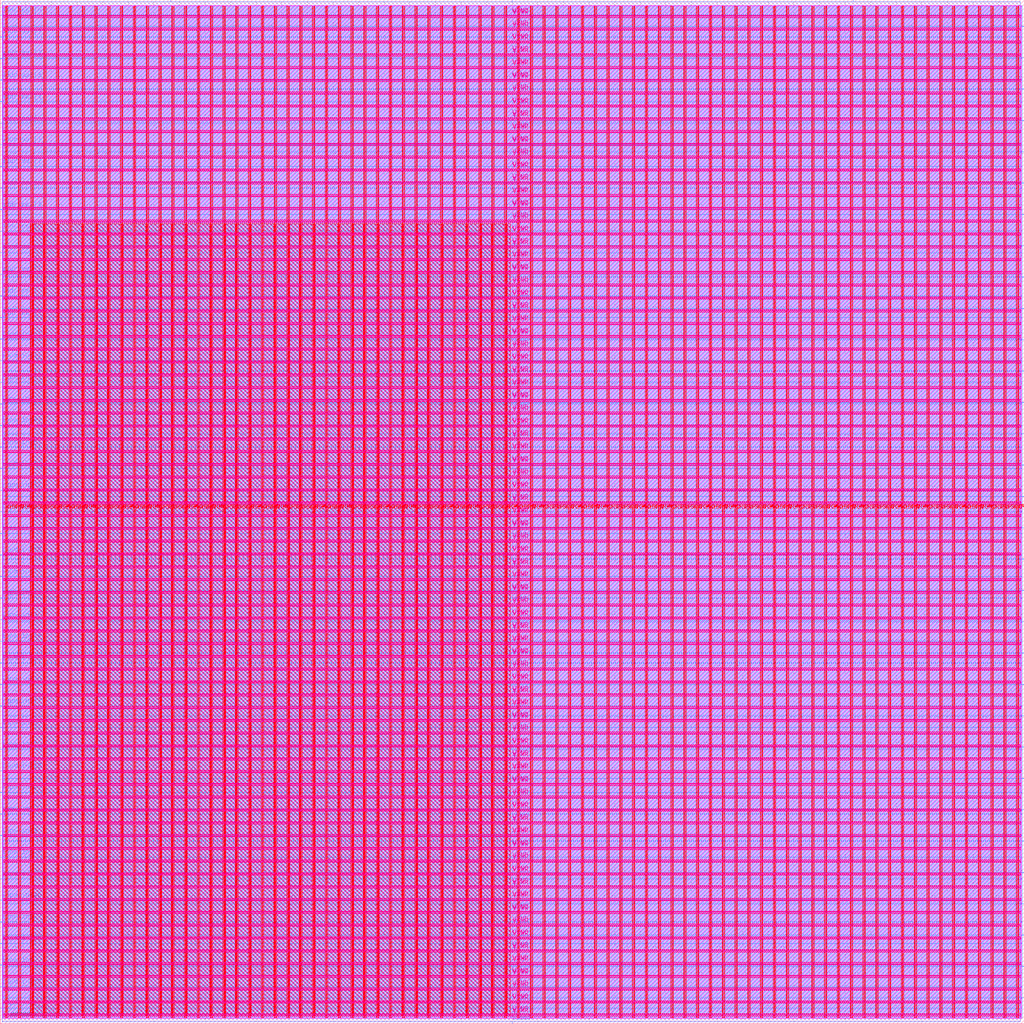
<source format=lef>
VERSION 5.7 ;
  NOWIREEXTENSIONATPIN ON ;
  DIVIDERCHAR "/" ;
  BUSBITCHARS "[]" ;
MACRO sys
  CLASS BLOCK ;
  FOREIGN sys ;
  ORIGIN 0.000 0.000 ;
  SIZE 2000.000 BY 2000.000 ;
  PIN VGND
    DIRECTION INOUT ;
    USE GROUND ;
    PORT
      LAYER met4 ;
        RECT 13.020 10.640 14.620 1988.560 ;
    END
    PORT
      LAYER met4 ;
        RECT 38.020 10.640 39.620 1988.560 ;
    END
    PORT
      LAYER met4 ;
        RECT 63.020 10.640 64.620 1988.560 ;
    END
    PORT
      LAYER met4 ;
        RECT 88.020 10.640 89.620 1988.560 ;
    END
    PORT
      LAYER met4 ;
        RECT 113.020 10.640 114.620 1988.560 ;
    END
    PORT
      LAYER met4 ;
        RECT 138.020 10.640 139.620 1988.560 ;
    END
    PORT
      LAYER met4 ;
        RECT 163.020 10.640 164.620 1988.560 ;
    END
    PORT
      LAYER met4 ;
        RECT 188.020 10.640 189.620 1988.560 ;
    END
    PORT
      LAYER met4 ;
        RECT 213.020 10.640 214.620 1988.560 ;
    END
    PORT
      LAYER met4 ;
        RECT 238.020 10.640 239.620 1988.560 ;
    END
    PORT
      LAYER met4 ;
        RECT 263.020 10.640 264.620 1988.560 ;
    END
    PORT
      LAYER met4 ;
        RECT 288.020 10.640 289.620 1988.560 ;
    END
    PORT
      LAYER met4 ;
        RECT 313.020 10.640 314.620 1988.560 ;
    END
    PORT
      LAYER met4 ;
        RECT 338.020 10.640 339.620 1988.560 ;
    END
    PORT
      LAYER met4 ;
        RECT 363.020 10.640 364.620 1988.560 ;
    END
    PORT
      LAYER met4 ;
        RECT 388.020 10.640 389.620 1988.560 ;
    END
    PORT
      LAYER met4 ;
        RECT 413.020 10.640 414.620 1988.560 ;
    END
    PORT
      LAYER met4 ;
        RECT 438.020 10.640 439.620 1988.560 ;
    END
    PORT
      LAYER met4 ;
        RECT 463.020 10.640 464.620 1988.560 ;
    END
    PORT
      LAYER met4 ;
        RECT 488.020 10.640 489.620 1988.560 ;
    END
    PORT
      LAYER met4 ;
        RECT 513.020 10.640 514.620 1988.560 ;
    END
    PORT
      LAYER met4 ;
        RECT 538.020 10.640 539.620 1988.560 ;
    END
    PORT
      LAYER met4 ;
        RECT 563.020 10.640 564.620 1988.560 ;
    END
    PORT
      LAYER met4 ;
        RECT 588.020 10.640 589.620 1988.560 ;
    END
    PORT
      LAYER met4 ;
        RECT 613.020 10.640 614.620 1988.560 ;
    END
    PORT
      LAYER met4 ;
        RECT 638.020 10.640 639.620 1988.560 ;
    END
    PORT
      LAYER met4 ;
        RECT 663.020 10.640 664.620 1988.560 ;
    END
    PORT
      LAYER met4 ;
        RECT 688.020 10.640 689.620 1988.560 ;
    END
    PORT
      LAYER met4 ;
        RECT 713.020 10.640 714.620 1988.560 ;
    END
    PORT
      LAYER met4 ;
        RECT 738.020 10.640 739.620 1988.560 ;
    END
    PORT
      LAYER met4 ;
        RECT 763.020 10.640 764.620 1988.560 ;
    END
    PORT
      LAYER met4 ;
        RECT 788.020 10.640 789.620 1988.560 ;
    END
    PORT
      LAYER met4 ;
        RECT 813.020 10.640 814.620 1988.560 ;
    END
    PORT
      LAYER met4 ;
        RECT 838.020 10.640 839.620 1988.560 ;
    END
    PORT
      LAYER met4 ;
        RECT 863.020 10.640 864.620 1988.560 ;
    END
    PORT
      LAYER met4 ;
        RECT 888.020 10.640 889.620 1988.560 ;
    END
    PORT
      LAYER met4 ;
        RECT 913.020 10.640 914.620 1988.560 ;
    END
    PORT
      LAYER met4 ;
        RECT 938.020 10.640 939.620 1988.560 ;
    END
    PORT
      LAYER met4 ;
        RECT 963.020 10.640 964.620 1988.560 ;
    END
    PORT
      LAYER met4 ;
        RECT 988.020 10.640 989.620 1988.560 ;
    END
    PORT
      LAYER met4 ;
        RECT 1013.020 10.640 1014.620 1988.560 ;
    END
    PORT
      LAYER met4 ;
        RECT 1038.020 10.640 1039.620 1988.560 ;
    END
    PORT
      LAYER met4 ;
        RECT 1063.020 10.640 1064.620 1988.560 ;
    END
    PORT
      LAYER met4 ;
        RECT 1088.020 10.640 1089.620 1988.560 ;
    END
    PORT
      LAYER met4 ;
        RECT 1113.020 10.640 1114.620 1988.560 ;
    END
    PORT
      LAYER met4 ;
        RECT 1138.020 10.640 1139.620 1988.560 ;
    END
    PORT
      LAYER met4 ;
        RECT 1163.020 10.640 1164.620 1988.560 ;
    END
    PORT
      LAYER met4 ;
        RECT 1188.020 10.640 1189.620 1988.560 ;
    END
    PORT
      LAYER met4 ;
        RECT 1213.020 10.640 1214.620 1988.560 ;
    END
    PORT
      LAYER met4 ;
        RECT 1238.020 10.640 1239.620 1988.560 ;
    END
    PORT
      LAYER met4 ;
        RECT 1263.020 10.640 1264.620 1988.560 ;
    END
    PORT
      LAYER met4 ;
        RECT 1288.020 10.640 1289.620 1988.560 ;
    END
    PORT
      LAYER met4 ;
        RECT 1313.020 10.640 1314.620 1988.560 ;
    END
    PORT
      LAYER met4 ;
        RECT 1338.020 10.640 1339.620 1988.560 ;
    END
    PORT
      LAYER met4 ;
        RECT 1363.020 10.640 1364.620 1988.560 ;
    END
    PORT
      LAYER met4 ;
        RECT 1388.020 10.640 1389.620 1988.560 ;
    END
    PORT
      LAYER met4 ;
        RECT 1413.020 10.640 1414.620 1988.560 ;
    END
    PORT
      LAYER met4 ;
        RECT 1438.020 10.640 1439.620 1988.560 ;
    END
    PORT
      LAYER met4 ;
        RECT 1463.020 10.640 1464.620 1988.560 ;
    END
    PORT
      LAYER met4 ;
        RECT 1488.020 10.640 1489.620 1988.560 ;
    END
    PORT
      LAYER met4 ;
        RECT 1513.020 10.640 1514.620 1988.560 ;
    END
    PORT
      LAYER met4 ;
        RECT 1538.020 10.640 1539.620 1988.560 ;
    END
    PORT
      LAYER met4 ;
        RECT 1563.020 10.640 1564.620 1988.560 ;
    END
    PORT
      LAYER met4 ;
        RECT 1588.020 10.640 1589.620 1988.560 ;
    END
    PORT
      LAYER met4 ;
        RECT 1613.020 10.640 1614.620 1988.560 ;
    END
    PORT
      LAYER met4 ;
        RECT 1638.020 10.640 1639.620 1988.560 ;
    END
    PORT
      LAYER met4 ;
        RECT 1663.020 10.640 1664.620 1988.560 ;
    END
    PORT
      LAYER met4 ;
        RECT 1688.020 10.640 1689.620 1988.560 ;
    END
    PORT
      LAYER met4 ;
        RECT 1713.020 10.640 1714.620 1988.560 ;
    END
    PORT
      LAYER met4 ;
        RECT 1738.020 10.640 1739.620 1988.560 ;
    END
    PORT
      LAYER met4 ;
        RECT 1763.020 10.640 1764.620 1988.560 ;
    END
    PORT
      LAYER met4 ;
        RECT 1788.020 10.640 1789.620 1988.560 ;
    END
    PORT
      LAYER met4 ;
        RECT 1813.020 10.640 1814.620 1988.560 ;
    END
    PORT
      LAYER met4 ;
        RECT 1838.020 10.640 1839.620 1988.560 ;
    END
    PORT
      LAYER met4 ;
        RECT 1863.020 10.640 1864.620 1988.560 ;
    END
    PORT
      LAYER met4 ;
        RECT 1888.020 10.640 1889.620 1988.560 ;
    END
    PORT
      LAYER met4 ;
        RECT 1913.020 10.640 1914.620 1988.560 ;
    END
    PORT
      LAYER met4 ;
        RECT 1938.020 10.640 1939.620 1988.560 ;
    END
    PORT
      LAYER met4 ;
        RECT 1963.020 10.640 1964.620 1988.560 ;
    END
    PORT
      LAYER met4 ;
        RECT 1988.020 10.640 1989.620 1988.560 ;
    END
    PORT
      LAYER met5 ;
        RECT 5.280 18.380 1994.340 19.980 ;
    END
    PORT
      LAYER met5 ;
        RECT 5.280 43.380 1994.340 44.980 ;
    END
    PORT
      LAYER met5 ;
        RECT 5.280 68.380 1994.340 69.980 ;
    END
    PORT
      LAYER met5 ;
        RECT 5.280 93.380 1994.340 94.980 ;
    END
    PORT
      LAYER met5 ;
        RECT 5.280 118.380 1994.340 119.980 ;
    END
    PORT
      LAYER met5 ;
        RECT 5.280 143.380 1994.340 144.980 ;
    END
    PORT
      LAYER met5 ;
        RECT 5.280 168.380 1994.340 169.980 ;
    END
    PORT
      LAYER met5 ;
        RECT 5.280 193.380 1994.340 194.980 ;
    END
    PORT
      LAYER met5 ;
        RECT 5.280 218.380 1994.340 219.980 ;
    END
    PORT
      LAYER met5 ;
        RECT 5.280 243.380 1994.340 244.980 ;
    END
    PORT
      LAYER met5 ;
        RECT 5.280 268.380 1994.340 269.980 ;
    END
    PORT
      LAYER met5 ;
        RECT 5.280 293.380 1994.340 294.980 ;
    END
    PORT
      LAYER met5 ;
        RECT 5.280 318.380 1994.340 319.980 ;
    END
    PORT
      LAYER met5 ;
        RECT 5.280 343.380 1994.340 344.980 ;
    END
    PORT
      LAYER met5 ;
        RECT 5.280 368.380 1994.340 369.980 ;
    END
    PORT
      LAYER met5 ;
        RECT 5.280 393.380 1994.340 394.980 ;
    END
    PORT
      LAYER met5 ;
        RECT 5.280 418.380 1994.340 419.980 ;
    END
    PORT
      LAYER met5 ;
        RECT 5.280 443.380 1994.340 444.980 ;
    END
    PORT
      LAYER met5 ;
        RECT 5.280 468.380 1994.340 469.980 ;
    END
    PORT
      LAYER met5 ;
        RECT 5.280 493.380 1994.340 494.980 ;
    END
    PORT
      LAYER met5 ;
        RECT 5.280 518.380 1994.340 519.980 ;
    END
    PORT
      LAYER met5 ;
        RECT 5.280 543.380 1994.340 544.980 ;
    END
    PORT
      LAYER met5 ;
        RECT 5.280 568.380 1994.340 569.980 ;
    END
    PORT
      LAYER met5 ;
        RECT 5.280 593.380 1994.340 594.980 ;
    END
    PORT
      LAYER met5 ;
        RECT 5.280 618.380 1994.340 619.980 ;
    END
    PORT
      LAYER met5 ;
        RECT 5.280 643.380 1994.340 644.980 ;
    END
    PORT
      LAYER met5 ;
        RECT 5.280 668.380 1994.340 669.980 ;
    END
    PORT
      LAYER met5 ;
        RECT 5.280 693.380 1994.340 694.980 ;
    END
    PORT
      LAYER met5 ;
        RECT 5.280 718.380 1994.340 719.980 ;
    END
    PORT
      LAYER met5 ;
        RECT 5.280 743.380 1994.340 744.980 ;
    END
    PORT
      LAYER met5 ;
        RECT 5.280 768.380 1994.340 769.980 ;
    END
    PORT
      LAYER met5 ;
        RECT 5.280 793.380 1994.340 794.980 ;
    END
    PORT
      LAYER met5 ;
        RECT 5.280 818.380 1994.340 819.980 ;
    END
    PORT
      LAYER met5 ;
        RECT 5.280 843.380 1994.340 844.980 ;
    END
    PORT
      LAYER met5 ;
        RECT 5.280 868.380 1994.340 869.980 ;
    END
    PORT
      LAYER met5 ;
        RECT 5.280 893.380 1994.340 894.980 ;
    END
    PORT
      LAYER met5 ;
        RECT 5.280 918.380 1994.340 919.980 ;
    END
    PORT
      LAYER met5 ;
        RECT 5.280 943.380 1994.340 944.980 ;
    END
    PORT
      LAYER met5 ;
        RECT 5.280 968.380 1994.340 969.980 ;
    END
    PORT
      LAYER met5 ;
        RECT 5.280 993.380 1994.340 994.980 ;
    END
    PORT
      LAYER met5 ;
        RECT 5.280 1018.380 1994.340 1019.980 ;
    END
    PORT
      LAYER met5 ;
        RECT 5.280 1043.380 1994.340 1044.980 ;
    END
    PORT
      LAYER met5 ;
        RECT 5.280 1068.380 1994.340 1069.980 ;
    END
    PORT
      LAYER met5 ;
        RECT 5.280 1093.380 1994.340 1094.980 ;
    END
    PORT
      LAYER met5 ;
        RECT 5.280 1118.380 1994.340 1119.980 ;
    END
    PORT
      LAYER met5 ;
        RECT 5.280 1143.380 1994.340 1144.980 ;
    END
    PORT
      LAYER met5 ;
        RECT 5.280 1168.380 1994.340 1169.980 ;
    END
    PORT
      LAYER met5 ;
        RECT 5.280 1193.380 1994.340 1194.980 ;
    END
    PORT
      LAYER met5 ;
        RECT 5.280 1218.380 1994.340 1219.980 ;
    END
    PORT
      LAYER met5 ;
        RECT 5.280 1243.380 1994.340 1244.980 ;
    END
    PORT
      LAYER met5 ;
        RECT 5.280 1268.380 1994.340 1269.980 ;
    END
    PORT
      LAYER met5 ;
        RECT 5.280 1293.380 1994.340 1294.980 ;
    END
    PORT
      LAYER met5 ;
        RECT 5.280 1318.380 1994.340 1319.980 ;
    END
    PORT
      LAYER met5 ;
        RECT 5.280 1343.380 1994.340 1344.980 ;
    END
    PORT
      LAYER met5 ;
        RECT 5.280 1368.380 1994.340 1369.980 ;
    END
    PORT
      LAYER met5 ;
        RECT 5.280 1393.380 1994.340 1394.980 ;
    END
    PORT
      LAYER met5 ;
        RECT 5.280 1418.380 1994.340 1419.980 ;
    END
    PORT
      LAYER met5 ;
        RECT 5.280 1443.380 1994.340 1444.980 ;
    END
    PORT
      LAYER met5 ;
        RECT 5.280 1468.380 1994.340 1469.980 ;
    END
    PORT
      LAYER met5 ;
        RECT 5.280 1493.380 1994.340 1494.980 ;
    END
    PORT
      LAYER met5 ;
        RECT 5.280 1518.380 1994.340 1519.980 ;
    END
    PORT
      LAYER met5 ;
        RECT 5.280 1543.380 1994.340 1544.980 ;
    END
    PORT
      LAYER met5 ;
        RECT 5.280 1568.380 1994.340 1569.980 ;
    END
    PORT
      LAYER met5 ;
        RECT 5.280 1593.380 1994.340 1594.980 ;
    END
    PORT
      LAYER met5 ;
        RECT 5.280 1618.380 1994.340 1619.980 ;
    END
    PORT
      LAYER met5 ;
        RECT 5.280 1643.380 1994.340 1644.980 ;
    END
    PORT
      LAYER met5 ;
        RECT 5.280 1668.380 1994.340 1669.980 ;
    END
    PORT
      LAYER met5 ;
        RECT 5.280 1693.380 1994.340 1694.980 ;
    END
    PORT
      LAYER met5 ;
        RECT 5.280 1718.380 1994.340 1719.980 ;
    END
    PORT
      LAYER met5 ;
        RECT 5.280 1743.380 1994.340 1744.980 ;
    END
    PORT
      LAYER met5 ;
        RECT 5.280 1768.380 1994.340 1769.980 ;
    END
    PORT
      LAYER met5 ;
        RECT 5.280 1793.380 1994.340 1794.980 ;
    END
    PORT
      LAYER met5 ;
        RECT 5.280 1818.380 1994.340 1819.980 ;
    END
    PORT
      LAYER met5 ;
        RECT 5.280 1843.380 1994.340 1844.980 ;
    END
    PORT
      LAYER met5 ;
        RECT 5.280 1868.380 1994.340 1869.980 ;
    END
    PORT
      LAYER met5 ;
        RECT 5.280 1893.380 1994.340 1894.980 ;
    END
    PORT
      LAYER met5 ;
        RECT 5.280 1918.380 1994.340 1919.980 ;
    END
    PORT
      LAYER met5 ;
        RECT 5.280 1943.380 1994.340 1944.980 ;
    END
    PORT
      LAYER met5 ;
        RECT 5.280 1968.380 1994.340 1969.980 ;
    END
  END VGND
  PIN VPWR
    DIRECTION INOUT ;
    USE POWER ;
    PORT
      LAYER met4 ;
        RECT 9.720 10.640 11.320 1988.560 ;
    END
    PORT
      LAYER met4 ;
        RECT 34.720 10.640 36.320 1988.560 ;
    END
    PORT
      LAYER met4 ;
        RECT 59.720 10.640 61.320 1988.560 ;
    END
    PORT
      LAYER met4 ;
        RECT 84.720 10.640 86.320 1988.560 ;
    END
    PORT
      LAYER met4 ;
        RECT 109.720 10.640 111.320 1988.560 ;
    END
    PORT
      LAYER met4 ;
        RECT 134.720 10.640 136.320 1988.560 ;
    END
    PORT
      LAYER met4 ;
        RECT 159.720 10.640 161.320 1988.560 ;
    END
    PORT
      LAYER met4 ;
        RECT 184.720 10.640 186.320 1988.560 ;
    END
    PORT
      LAYER met4 ;
        RECT 209.720 10.640 211.320 1988.560 ;
    END
    PORT
      LAYER met4 ;
        RECT 234.720 10.640 236.320 1988.560 ;
    END
    PORT
      LAYER met4 ;
        RECT 259.720 10.640 261.320 1988.560 ;
    END
    PORT
      LAYER met4 ;
        RECT 284.720 10.640 286.320 1988.560 ;
    END
    PORT
      LAYER met4 ;
        RECT 309.720 10.640 311.320 1988.560 ;
    END
    PORT
      LAYER met4 ;
        RECT 334.720 10.640 336.320 1988.560 ;
    END
    PORT
      LAYER met4 ;
        RECT 359.720 10.640 361.320 1988.560 ;
    END
    PORT
      LAYER met4 ;
        RECT 384.720 10.640 386.320 1988.560 ;
    END
    PORT
      LAYER met4 ;
        RECT 409.720 10.640 411.320 1988.560 ;
    END
    PORT
      LAYER met4 ;
        RECT 434.720 10.640 436.320 1988.560 ;
    END
    PORT
      LAYER met4 ;
        RECT 459.720 10.640 461.320 1988.560 ;
    END
    PORT
      LAYER met4 ;
        RECT 484.720 10.640 486.320 1988.560 ;
    END
    PORT
      LAYER met4 ;
        RECT 509.720 10.640 511.320 1988.560 ;
    END
    PORT
      LAYER met4 ;
        RECT 534.720 10.640 536.320 1988.560 ;
    END
    PORT
      LAYER met4 ;
        RECT 559.720 10.640 561.320 1988.560 ;
    END
    PORT
      LAYER met4 ;
        RECT 584.720 10.640 586.320 1988.560 ;
    END
    PORT
      LAYER met4 ;
        RECT 609.720 10.640 611.320 1988.560 ;
    END
    PORT
      LAYER met4 ;
        RECT 634.720 10.640 636.320 1988.560 ;
    END
    PORT
      LAYER met4 ;
        RECT 659.720 10.640 661.320 1988.560 ;
    END
    PORT
      LAYER met4 ;
        RECT 684.720 10.640 686.320 1988.560 ;
    END
    PORT
      LAYER met4 ;
        RECT 709.720 10.640 711.320 1988.560 ;
    END
    PORT
      LAYER met4 ;
        RECT 734.720 10.640 736.320 1988.560 ;
    END
    PORT
      LAYER met4 ;
        RECT 759.720 10.640 761.320 1988.560 ;
    END
    PORT
      LAYER met4 ;
        RECT 784.720 10.640 786.320 1988.560 ;
    END
    PORT
      LAYER met4 ;
        RECT 809.720 10.640 811.320 1988.560 ;
    END
    PORT
      LAYER met4 ;
        RECT 834.720 10.640 836.320 1988.560 ;
    END
    PORT
      LAYER met4 ;
        RECT 859.720 10.640 861.320 1988.560 ;
    END
    PORT
      LAYER met4 ;
        RECT 884.720 10.640 886.320 1988.560 ;
    END
    PORT
      LAYER met4 ;
        RECT 909.720 10.640 911.320 1988.560 ;
    END
    PORT
      LAYER met4 ;
        RECT 934.720 10.640 936.320 1988.560 ;
    END
    PORT
      LAYER met4 ;
        RECT 959.720 10.640 961.320 1988.560 ;
    END
    PORT
      LAYER met4 ;
        RECT 984.720 10.640 986.320 1988.560 ;
    END
    PORT
      LAYER met4 ;
        RECT 1009.720 10.640 1011.320 1988.560 ;
    END
    PORT
      LAYER met4 ;
        RECT 1034.720 10.640 1036.320 1988.560 ;
    END
    PORT
      LAYER met4 ;
        RECT 1059.720 10.640 1061.320 1988.560 ;
    END
    PORT
      LAYER met4 ;
        RECT 1084.720 10.640 1086.320 1988.560 ;
    END
    PORT
      LAYER met4 ;
        RECT 1109.720 10.640 1111.320 1988.560 ;
    END
    PORT
      LAYER met4 ;
        RECT 1134.720 10.640 1136.320 1988.560 ;
    END
    PORT
      LAYER met4 ;
        RECT 1159.720 10.640 1161.320 1988.560 ;
    END
    PORT
      LAYER met4 ;
        RECT 1184.720 10.640 1186.320 1988.560 ;
    END
    PORT
      LAYER met4 ;
        RECT 1209.720 10.640 1211.320 1988.560 ;
    END
    PORT
      LAYER met4 ;
        RECT 1234.720 10.640 1236.320 1988.560 ;
    END
    PORT
      LAYER met4 ;
        RECT 1259.720 10.640 1261.320 1988.560 ;
    END
    PORT
      LAYER met4 ;
        RECT 1284.720 10.640 1286.320 1988.560 ;
    END
    PORT
      LAYER met4 ;
        RECT 1309.720 10.640 1311.320 1988.560 ;
    END
    PORT
      LAYER met4 ;
        RECT 1334.720 10.640 1336.320 1988.560 ;
    END
    PORT
      LAYER met4 ;
        RECT 1359.720 10.640 1361.320 1988.560 ;
    END
    PORT
      LAYER met4 ;
        RECT 1384.720 10.640 1386.320 1988.560 ;
    END
    PORT
      LAYER met4 ;
        RECT 1409.720 10.640 1411.320 1988.560 ;
    END
    PORT
      LAYER met4 ;
        RECT 1434.720 10.640 1436.320 1988.560 ;
    END
    PORT
      LAYER met4 ;
        RECT 1459.720 10.640 1461.320 1988.560 ;
    END
    PORT
      LAYER met4 ;
        RECT 1484.720 10.640 1486.320 1988.560 ;
    END
    PORT
      LAYER met4 ;
        RECT 1509.720 10.640 1511.320 1988.560 ;
    END
    PORT
      LAYER met4 ;
        RECT 1534.720 10.640 1536.320 1988.560 ;
    END
    PORT
      LAYER met4 ;
        RECT 1559.720 10.640 1561.320 1988.560 ;
    END
    PORT
      LAYER met4 ;
        RECT 1584.720 10.640 1586.320 1988.560 ;
    END
    PORT
      LAYER met4 ;
        RECT 1609.720 10.640 1611.320 1988.560 ;
    END
    PORT
      LAYER met4 ;
        RECT 1634.720 10.640 1636.320 1988.560 ;
    END
    PORT
      LAYER met4 ;
        RECT 1659.720 10.640 1661.320 1988.560 ;
    END
    PORT
      LAYER met4 ;
        RECT 1684.720 10.640 1686.320 1988.560 ;
    END
    PORT
      LAYER met4 ;
        RECT 1709.720 10.640 1711.320 1988.560 ;
    END
    PORT
      LAYER met4 ;
        RECT 1734.720 10.640 1736.320 1988.560 ;
    END
    PORT
      LAYER met4 ;
        RECT 1759.720 10.640 1761.320 1988.560 ;
    END
    PORT
      LAYER met4 ;
        RECT 1784.720 10.640 1786.320 1988.560 ;
    END
    PORT
      LAYER met4 ;
        RECT 1809.720 10.640 1811.320 1988.560 ;
    END
    PORT
      LAYER met4 ;
        RECT 1834.720 10.640 1836.320 1988.560 ;
    END
    PORT
      LAYER met4 ;
        RECT 1859.720 10.640 1861.320 1988.560 ;
    END
    PORT
      LAYER met4 ;
        RECT 1884.720 10.640 1886.320 1988.560 ;
    END
    PORT
      LAYER met4 ;
        RECT 1909.720 10.640 1911.320 1988.560 ;
    END
    PORT
      LAYER met4 ;
        RECT 1934.720 10.640 1936.320 1988.560 ;
    END
    PORT
      LAYER met4 ;
        RECT 1959.720 10.640 1961.320 1988.560 ;
    END
    PORT
      LAYER met4 ;
        RECT 1984.720 10.640 1986.320 1988.560 ;
    END
    PORT
      LAYER met5 ;
        RECT 5.280 15.080 1994.340 16.680 ;
    END
    PORT
      LAYER met5 ;
        RECT 5.280 40.080 1994.340 41.680 ;
    END
    PORT
      LAYER met5 ;
        RECT 5.280 65.080 1994.340 66.680 ;
    END
    PORT
      LAYER met5 ;
        RECT 5.280 90.080 1994.340 91.680 ;
    END
    PORT
      LAYER met5 ;
        RECT 5.280 115.080 1994.340 116.680 ;
    END
    PORT
      LAYER met5 ;
        RECT 5.280 140.080 1994.340 141.680 ;
    END
    PORT
      LAYER met5 ;
        RECT 5.280 165.080 1994.340 166.680 ;
    END
    PORT
      LAYER met5 ;
        RECT 5.280 190.080 1994.340 191.680 ;
    END
    PORT
      LAYER met5 ;
        RECT 5.280 215.080 1994.340 216.680 ;
    END
    PORT
      LAYER met5 ;
        RECT 5.280 240.080 1994.340 241.680 ;
    END
    PORT
      LAYER met5 ;
        RECT 5.280 265.080 1994.340 266.680 ;
    END
    PORT
      LAYER met5 ;
        RECT 5.280 290.080 1994.340 291.680 ;
    END
    PORT
      LAYER met5 ;
        RECT 5.280 315.080 1994.340 316.680 ;
    END
    PORT
      LAYER met5 ;
        RECT 5.280 340.080 1994.340 341.680 ;
    END
    PORT
      LAYER met5 ;
        RECT 5.280 365.080 1994.340 366.680 ;
    END
    PORT
      LAYER met5 ;
        RECT 5.280 390.080 1994.340 391.680 ;
    END
    PORT
      LAYER met5 ;
        RECT 5.280 415.080 1994.340 416.680 ;
    END
    PORT
      LAYER met5 ;
        RECT 5.280 440.080 1994.340 441.680 ;
    END
    PORT
      LAYER met5 ;
        RECT 5.280 465.080 1994.340 466.680 ;
    END
    PORT
      LAYER met5 ;
        RECT 5.280 490.080 1994.340 491.680 ;
    END
    PORT
      LAYER met5 ;
        RECT 5.280 515.080 1994.340 516.680 ;
    END
    PORT
      LAYER met5 ;
        RECT 5.280 540.080 1994.340 541.680 ;
    END
    PORT
      LAYER met5 ;
        RECT 5.280 565.080 1994.340 566.680 ;
    END
    PORT
      LAYER met5 ;
        RECT 5.280 590.080 1994.340 591.680 ;
    END
    PORT
      LAYER met5 ;
        RECT 5.280 615.080 1994.340 616.680 ;
    END
    PORT
      LAYER met5 ;
        RECT 5.280 640.080 1994.340 641.680 ;
    END
    PORT
      LAYER met5 ;
        RECT 5.280 665.080 1994.340 666.680 ;
    END
    PORT
      LAYER met5 ;
        RECT 5.280 690.080 1994.340 691.680 ;
    END
    PORT
      LAYER met5 ;
        RECT 5.280 715.080 1994.340 716.680 ;
    END
    PORT
      LAYER met5 ;
        RECT 5.280 740.080 1994.340 741.680 ;
    END
    PORT
      LAYER met5 ;
        RECT 5.280 765.080 1994.340 766.680 ;
    END
    PORT
      LAYER met5 ;
        RECT 5.280 790.080 1994.340 791.680 ;
    END
    PORT
      LAYER met5 ;
        RECT 5.280 815.080 1994.340 816.680 ;
    END
    PORT
      LAYER met5 ;
        RECT 5.280 840.080 1994.340 841.680 ;
    END
    PORT
      LAYER met5 ;
        RECT 5.280 865.080 1994.340 866.680 ;
    END
    PORT
      LAYER met5 ;
        RECT 5.280 890.080 1994.340 891.680 ;
    END
    PORT
      LAYER met5 ;
        RECT 5.280 915.080 1994.340 916.680 ;
    END
    PORT
      LAYER met5 ;
        RECT 5.280 940.080 1994.340 941.680 ;
    END
    PORT
      LAYER met5 ;
        RECT 5.280 965.080 1994.340 966.680 ;
    END
    PORT
      LAYER met5 ;
        RECT 5.280 990.080 1994.340 991.680 ;
    END
    PORT
      LAYER met5 ;
        RECT 5.280 1015.080 1994.340 1016.680 ;
    END
    PORT
      LAYER met5 ;
        RECT 5.280 1040.080 1994.340 1041.680 ;
    END
    PORT
      LAYER met5 ;
        RECT 5.280 1065.080 1994.340 1066.680 ;
    END
    PORT
      LAYER met5 ;
        RECT 5.280 1090.080 1994.340 1091.680 ;
    END
    PORT
      LAYER met5 ;
        RECT 5.280 1115.080 1994.340 1116.680 ;
    END
    PORT
      LAYER met5 ;
        RECT 5.280 1140.080 1994.340 1141.680 ;
    END
    PORT
      LAYER met5 ;
        RECT 5.280 1165.080 1994.340 1166.680 ;
    END
    PORT
      LAYER met5 ;
        RECT 5.280 1190.080 1994.340 1191.680 ;
    END
    PORT
      LAYER met5 ;
        RECT 5.280 1215.080 1994.340 1216.680 ;
    END
    PORT
      LAYER met5 ;
        RECT 5.280 1240.080 1994.340 1241.680 ;
    END
    PORT
      LAYER met5 ;
        RECT 5.280 1265.080 1994.340 1266.680 ;
    END
    PORT
      LAYER met5 ;
        RECT 5.280 1290.080 1994.340 1291.680 ;
    END
    PORT
      LAYER met5 ;
        RECT 5.280 1315.080 1994.340 1316.680 ;
    END
    PORT
      LAYER met5 ;
        RECT 5.280 1340.080 1994.340 1341.680 ;
    END
    PORT
      LAYER met5 ;
        RECT 5.280 1365.080 1994.340 1366.680 ;
    END
    PORT
      LAYER met5 ;
        RECT 5.280 1390.080 1994.340 1391.680 ;
    END
    PORT
      LAYER met5 ;
        RECT 5.280 1415.080 1994.340 1416.680 ;
    END
    PORT
      LAYER met5 ;
        RECT 5.280 1440.080 1994.340 1441.680 ;
    END
    PORT
      LAYER met5 ;
        RECT 5.280 1465.080 1994.340 1466.680 ;
    END
    PORT
      LAYER met5 ;
        RECT 5.280 1490.080 1994.340 1491.680 ;
    END
    PORT
      LAYER met5 ;
        RECT 5.280 1515.080 1994.340 1516.680 ;
    END
    PORT
      LAYER met5 ;
        RECT 5.280 1540.080 1994.340 1541.680 ;
    END
    PORT
      LAYER met5 ;
        RECT 5.280 1565.080 1994.340 1566.680 ;
    END
    PORT
      LAYER met5 ;
        RECT 5.280 1590.080 1994.340 1591.680 ;
    END
    PORT
      LAYER met5 ;
        RECT 5.280 1615.080 1994.340 1616.680 ;
    END
    PORT
      LAYER met5 ;
        RECT 5.280 1640.080 1994.340 1641.680 ;
    END
    PORT
      LAYER met5 ;
        RECT 5.280 1665.080 1994.340 1666.680 ;
    END
    PORT
      LAYER met5 ;
        RECT 5.280 1690.080 1994.340 1691.680 ;
    END
    PORT
      LAYER met5 ;
        RECT 5.280 1715.080 1994.340 1716.680 ;
    END
    PORT
      LAYER met5 ;
        RECT 5.280 1740.080 1994.340 1741.680 ;
    END
    PORT
      LAYER met5 ;
        RECT 5.280 1765.080 1994.340 1766.680 ;
    END
    PORT
      LAYER met5 ;
        RECT 5.280 1790.080 1994.340 1791.680 ;
    END
    PORT
      LAYER met5 ;
        RECT 5.280 1815.080 1994.340 1816.680 ;
    END
    PORT
      LAYER met5 ;
        RECT 5.280 1840.080 1994.340 1841.680 ;
    END
    PORT
      LAYER met5 ;
        RECT 5.280 1865.080 1994.340 1866.680 ;
    END
    PORT
      LAYER met5 ;
        RECT 5.280 1890.080 1994.340 1891.680 ;
    END
    PORT
      LAYER met5 ;
        RECT 5.280 1915.080 1994.340 1916.680 ;
    END
    PORT
      LAYER met5 ;
        RECT 5.280 1940.080 1994.340 1941.680 ;
    END
    PORT
      LAYER met5 ;
        RECT 5.280 1965.080 1994.340 1966.680 ;
    END
  END VPWR
  PIN address1[0]
    DIRECTION INPUT ;
    USE SIGNAL ;
    ANTENNAGATEAREA 5.209500 ;
    PORT
      LAYER met3 ;
        RECT 0.000 1547.720 4.000 1548.320 ;
    END
  END address1[0]
  PIN address1[1]
    DIRECTION INPUT ;
    USE SIGNAL ;
    ANTENNAGATEAREA 0.742500 ;
    PORT
      LAYER met3 ;
        RECT 0.000 1505.560 4.000 1506.160 ;
    END
  END address1[1]
  PIN address1[2]
    DIRECTION INPUT ;
    USE SIGNAL ;
    ANTENNAGATEAREA 0.247500 ;
    PORT
      LAYER met3 ;
        RECT 0.000 1463.400 4.000 1464.000 ;
    END
  END address1[2]
  PIN address1[3]
    DIRECTION INPUT ;
    USE SIGNAL ;
    ANTENNAGATEAREA 0.852000 ;
    PORT
      LAYER met3 ;
        RECT 0.000 1421.240 4.000 1421.840 ;
    END
  END address1[3]
  PIN address1[4]
    DIRECTION INPUT ;
    USE SIGNAL ;
    ANTENNAGATEAREA 0.990000 ;
    PORT
      LAYER met3 ;
        RECT 0.000 1379.080 4.000 1379.680 ;
    END
  END address1[4]
  PIN address2[0]
    DIRECTION INPUT ;
    USE SIGNAL ;
    ANTENNAGATEAREA 4.386000 ;
    PORT
      LAYER met3 ;
        RECT 0.000 1758.520 4.000 1759.120 ;
    END
  END address2[0]
  PIN address2[1]
    DIRECTION INPUT ;
    USE SIGNAL ;
    ANTENNAGATEAREA 3.148500 ;
    PORT
      LAYER met3 ;
        RECT 0.000 1716.360 4.000 1716.960 ;
    END
  END address2[1]
  PIN address2[2]
    DIRECTION INPUT ;
    USE SIGNAL ;
    ANTENNAGATEAREA 0.495000 ;
    PORT
      LAYER met3 ;
        RECT 0.000 1674.200 4.000 1674.800 ;
    END
  END address2[2]
  PIN address2[3]
    DIRECTION INPUT ;
    USE SIGNAL ;
    ANTENNAGATEAREA 0.742500 ;
    PORT
      LAYER met3 ;
        RECT 0.000 1632.040 4.000 1632.640 ;
    END
  END address2[3]
  PIN address2[4]
    DIRECTION INPUT ;
    USE SIGNAL ;
    ANTENNAGATEAREA 1.485000 ;
    PORT
      LAYER met3 ;
        RECT 0.000 1589.880 4.000 1590.480 ;
    END
  END address2[4]
  PIN address3[0]
    DIRECTION INPUT ;
    USE SIGNAL ;
    ANTENNAGATEAREA 0.990000 ;
    PORT
      LAYER met3 ;
        RECT 0.000 1969.320 4.000 1969.920 ;
    END
  END address3[0]
  PIN address3[1]
    DIRECTION INPUT ;
    USE SIGNAL ;
    ANTENNAGATEAREA 0.852000 ;
    PORT
      LAYER met3 ;
        RECT 0.000 1927.160 4.000 1927.760 ;
    END
  END address3[1]
  PIN address3[2]
    DIRECTION INPUT ;
    USE SIGNAL ;
    ANTENNAGATEAREA 0.742500 ;
    PORT
      LAYER met3 ;
        RECT 0.000 1885.000 4.000 1885.600 ;
    END
  END address3[2]
  PIN address3[3]
    DIRECTION INPUT ;
    USE SIGNAL ;
    ANTENNAGATEAREA 0.742500 ;
    PORT
      LAYER met3 ;
        RECT 0.000 1842.840 4.000 1843.440 ;
    END
  END address3[3]
  PIN address3[4]
    DIRECTION INPUT ;
    USE SIGNAL ;
    ANTENNAGATEAREA 0.742500 ;
    PORT
      LAYER met3 ;
        RECT 0.000 1800.680 4.000 1801.280 ;
    END
  END address3[4]
  PIN clock
    DIRECTION INPUT ;
    USE SIGNAL ;
    ANTENNAGATEAREA 0.852000 ;
    ANTENNADIFFAREA 0.434700 ;
    PORT
      LAYER met2 ;
        RECT 999.670 0.000 999.950 4.000 ;
    END
  END clock
  PIN inpmain[0]
    DIRECTION INPUT ;
    USE SIGNAL ;
    ANTENNAGATEAREA 0.247500 ;
    PORT
      LAYER met3 ;
        RECT 0.000 1336.920 4.000 1337.520 ;
    END
  END inpmain[0]
  PIN inpmain[10]
    DIRECTION INPUT ;
    USE SIGNAL ;
    ANTENNAGATEAREA 0.213000 ;
    PORT
      LAYER met3 ;
        RECT 0.000 915.320 4.000 915.920 ;
    END
  END inpmain[10]
  PIN inpmain[11]
    DIRECTION INPUT ;
    USE SIGNAL ;
    ANTENNAGATEAREA 0.213000 ;
    PORT
      LAYER met3 ;
        RECT 0.000 873.160 4.000 873.760 ;
    END
  END inpmain[11]
  PIN inpmain[12]
    DIRECTION INPUT ;
    USE SIGNAL ;
    ANTENNAGATEAREA 0.247500 ;
    PORT
      LAYER met3 ;
        RECT 0.000 831.000 4.000 831.600 ;
    END
  END inpmain[12]
  PIN inpmain[13]
    DIRECTION INPUT ;
    USE SIGNAL ;
    ANTENNAGATEAREA 0.213000 ;
    PORT
      LAYER met3 ;
        RECT 0.000 788.840 4.000 789.440 ;
    END
  END inpmain[13]
  PIN inpmain[14]
    DIRECTION INPUT ;
    USE SIGNAL ;
    ANTENNAGATEAREA 0.213000 ;
    PORT
      LAYER met3 ;
        RECT 0.000 746.680 4.000 747.280 ;
    END
  END inpmain[14]
  PIN inpmain[15]
    DIRECTION INPUT ;
    USE SIGNAL ;
    ANTENNAGATEAREA 0.247500 ;
    PORT
      LAYER met3 ;
        RECT 0.000 704.520 4.000 705.120 ;
    END
  END inpmain[15]
  PIN inpmain[16]
    DIRECTION INPUT ;
    USE SIGNAL ;
    ANTENNAGATEAREA 0.247500 ;
    PORT
      LAYER met3 ;
        RECT 0.000 662.360 4.000 662.960 ;
    END
  END inpmain[16]
  PIN inpmain[17]
    DIRECTION INPUT ;
    USE SIGNAL ;
    ANTENNAGATEAREA 0.247500 ;
    PORT
      LAYER met3 ;
        RECT 0.000 620.200 4.000 620.800 ;
    END
  END inpmain[17]
  PIN inpmain[18]
    DIRECTION INPUT ;
    USE SIGNAL ;
    ANTENNAGATEAREA 0.247500 ;
    PORT
      LAYER met3 ;
        RECT 0.000 578.040 4.000 578.640 ;
    END
  END inpmain[18]
  PIN inpmain[19]
    DIRECTION INPUT ;
    USE SIGNAL ;
    ANTENNAGATEAREA 0.247500 ;
    PORT
      LAYER met3 ;
        RECT 0.000 535.880 4.000 536.480 ;
    END
  END inpmain[19]
  PIN inpmain[1]
    DIRECTION INPUT ;
    USE SIGNAL ;
    ANTENNAGATEAREA 0.213000 ;
    PORT
      LAYER met3 ;
        RECT 0.000 1294.760 4.000 1295.360 ;
    END
  END inpmain[1]
  PIN inpmain[20]
    DIRECTION INPUT ;
    USE SIGNAL ;
    ANTENNAGATEAREA 0.247500 ;
    PORT
      LAYER met3 ;
        RECT 0.000 493.720 4.000 494.320 ;
    END
  END inpmain[20]
  PIN inpmain[21]
    DIRECTION INPUT ;
    USE SIGNAL ;
    ANTENNAGATEAREA 0.247500 ;
    PORT
      LAYER met3 ;
        RECT 0.000 451.560 4.000 452.160 ;
    END
  END inpmain[21]
  PIN inpmain[22]
    DIRECTION INPUT ;
    USE SIGNAL ;
    ANTENNAGATEAREA 0.247500 ;
    PORT
      LAYER met3 ;
        RECT 0.000 409.400 4.000 410.000 ;
    END
  END inpmain[22]
  PIN inpmain[23]
    DIRECTION INPUT ;
    USE SIGNAL ;
    ANTENNAGATEAREA 0.426000 ;
    PORT
      LAYER met3 ;
        RECT 0.000 367.240 4.000 367.840 ;
    END
  END inpmain[23]
  PIN inpmain[24]
    DIRECTION INPUT ;
    USE SIGNAL ;
    ANTENNAGATEAREA 0.426000 ;
    PORT
      LAYER met3 ;
        RECT 0.000 325.080 4.000 325.680 ;
    END
  END inpmain[24]
  PIN inpmain[25]
    DIRECTION INPUT ;
    USE SIGNAL ;
    ANTENNAGATEAREA 0.426000 ;
    PORT
      LAYER met3 ;
        RECT 0.000 282.920 4.000 283.520 ;
    END
  END inpmain[25]
  PIN inpmain[26]
    DIRECTION INPUT ;
    USE SIGNAL ;
    ANTENNAGATEAREA 0.426000 ;
    PORT
      LAYER met3 ;
        RECT 0.000 240.760 4.000 241.360 ;
    END
  END inpmain[26]
  PIN inpmain[27]
    DIRECTION INPUT ;
    USE SIGNAL ;
    ANTENNAGATEAREA 0.495000 ;
    PORT
      LAYER met3 ;
        RECT 0.000 198.600 4.000 199.200 ;
    END
  END inpmain[27]
  PIN inpmain[28]
    DIRECTION INPUT ;
    USE SIGNAL ;
    ANTENNAGATEAREA 0.495000 ;
    PORT
      LAYER met3 ;
        RECT 0.000 156.440 4.000 157.040 ;
    END
  END inpmain[28]
  PIN inpmain[29]
    DIRECTION INPUT ;
    USE SIGNAL ;
    ANTENNAGATEAREA 0.742500 ;
    PORT
      LAYER met3 ;
        RECT 0.000 114.280 4.000 114.880 ;
    END
  END inpmain[29]
  PIN inpmain[2]
    DIRECTION INPUT ;
    USE SIGNAL ;
    ANTENNAGATEAREA 0.213000 ;
    PORT
      LAYER met3 ;
        RECT 0.000 1252.600 4.000 1253.200 ;
    END
  END inpmain[2]
  PIN inpmain[30]
    DIRECTION INPUT ;
    USE SIGNAL ;
    ANTENNAGATEAREA 0.742500 ;
    PORT
      LAYER met3 ;
        RECT 0.000 72.120 4.000 72.720 ;
    END
  END inpmain[30]
  PIN inpmain[31]
    DIRECTION INPUT ;
    USE SIGNAL ;
    ANTENNAGATEAREA 0.852000 ;
    PORT
      LAYER met3 ;
        RECT 0.000 29.960 4.000 30.560 ;
    END
  END inpmain[31]
  PIN inpmain[3]
    DIRECTION INPUT ;
    USE SIGNAL ;
    ANTENNAGATEAREA 0.213000 ;
    PORT
      LAYER met3 ;
        RECT 0.000 1210.440 4.000 1211.040 ;
    END
  END inpmain[3]
  PIN inpmain[4]
    DIRECTION INPUT ;
    USE SIGNAL ;
    ANTENNAGATEAREA 0.159000 ;
    PORT
      LAYER met3 ;
        RECT 0.000 1168.280 4.000 1168.880 ;
    END
  END inpmain[4]
  PIN inpmain[5]
    DIRECTION INPUT ;
    USE SIGNAL ;
    ANTENNAGATEAREA 0.213000 ;
    PORT
      LAYER met3 ;
        RECT 0.000 1126.120 4.000 1126.720 ;
    END
  END inpmain[5]
  PIN inpmain[6]
    DIRECTION INPUT ;
    USE SIGNAL ;
    ANTENNAGATEAREA 0.213000 ;
    PORT
      LAYER met3 ;
        RECT 0.000 1083.960 4.000 1084.560 ;
    END
  END inpmain[6]
  PIN inpmain[7]
    DIRECTION INPUT ;
    USE SIGNAL ;
    ANTENNAGATEAREA 0.213000 ;
    PORT
      LAYER met3 ;
        RECT 0.000 1041.800 4.000 1042.400 ;
    END
  END inpmain[7]
  PIN inpmain[8]
    DIRECTION INPUT ;
    USE SIGNAL ;
    ANTENNAGATEAREA 0.213000 ;
    PORT
      LAYER met3 ;
        RECT 0.000 999.640 4.000 1000.240 ;
    END
  END inpmain[8]
  PIN inpmain[9]
    DIRECTION INPUT ;
    USE SIGNAL ;
    ANTENNAGATEAREA 0.213000 ;
    PORT
      LAYER met3 ;
        RECT 0.000 957.480 4.000 958.080 ;
    END
  END inpmain[9]
  PIN opcode[0]
    DIRECTION INPUT ;
    USE SIGNAL ;
    ANTENNAGATEAREA 0.990000 ;
    PORT
      LAYER met2 ;
        RECT 1666.210 1996.000 1666.490 2000.000 ;
    END
  END opcode[0]
  PIN opcode[1]
    DIRECTION INPUT ;
    USE SIGNAL ;
    ANTENNAGATEAREA 0.990000 ;
    PORT
      LAYER met2 ;
        RECT 999.670 1996.000 999.950 2000.000 ;
    END
  END opcode[1]
  PIN result[0]
    DIRECTION OUTPUT ;
    USE SIGNAL ;
    ANTENNADIFFAREA 0.340600 ;
    PORT
      LAYER met3 ;
        RECT 1996.000 1947.560 2000.000 1948.160 ;
    END
  END result[0]
  PIN result[10]
    DIRECTION OUTPUT ;
    USE SIGNAL ;
    ANTENNADIFFAREA 0.340600 ;
    PORT
      LAYER met3 ;
        RECT 1996.000 1335.560 2000.000 1336.160 ;
    END
  END result[10]
  PIN result[11]
    DIRECTION OUTPUT ;
    USE SIGNAL ;
    ANTENNADIFFAREA 0.340600 ;
    PORT
      LAYER met3 ;
        RECT 1996.000 1274.360 2000.000 1274.960 ;
    END
  END result[11]
  PIN result[12]
    DIRECTION OUTPUT ;
    USE SIGNAL ;
    ANTENNADIFFAREA 0.340600 ;
    PORT
      LAYER met3 ;
        RECT 1996.000 1213.160 2000.000 1213.760 ;
    END
  END result[12]
  PIN result[13]
    DIRECTION OUTPUT ;
    USE SIGNAL ;
    ANTENNADIFFAREA 0.340600 ;
    PORT
      LAYER met3 ;
        RECT 1996.000 1151.960 2000.000 1152.560 ;
    END
  END result[13]
  PIN result[14]
    DIRECTION OUTPUT ;
    USE SIGNAL ;
    ANTENNADIFFAREA 0.340600 ;
    PORT
      LAYER met3 ;
        RECT 1996.000 1090.760 2000.000 1091.360 ;
    END
  END result[14]
  PIN result[15]
    DIRECTION OUTPUT ;
    USE SIGNAL ;
    ANTENNADIFFAREA 0.340600 ;
    PORT
      LAYER met3 ;
        RECT 1996.000 1029.560 2000.000 1030.160 ;
    END
  END result[15]
  PIN result[16]
    DIRECTION OUTPUT ;
    USE SIGNAL ;
    ANTENNADIFFAREA 0.340600 ;
    PORT
      LAYER met3 ;
        RECT 1996.000 968.360 2000.000 968.960 ;
    END
  END result[16]
  PIN result[17]
    DIRECTION OUTPUT ;
    USE SIGNAL ;
    ANTENNADIFFAREA 0.340600 ;
    PORT
      LAYER met3 ;
        RECT 1996.000 907.160 2000.000 907.760 ;
    END
  END result[17]
  PIN result[18]
    DIRECTION OUTPUT ;
    USE SIGNAL ;
    ANTENNADIFFAREA 0.340600 ;
    PORT
      LAYER met3 ;
        RECT 1996.000 845.960 2000.000 846.560 ;
    END
  END result[18]
  PIN result[19]
    DIRECTION OUTPUT ;
    USE SIGNAL ;
    ANTENNADIFFAREA 0.340600 ;
    PORT
      LAYER met3 ;
        RECT 1996.000 784.760 2000.000 785.360 ;
    END
  END result[19]
  PIN result[1]
    DIRECTION OUTPUT ;
    USE SIGNAL ;
    ANTENNADIFFAREA 0.340600 ;
    PORT
      LAYER met3 ;
        RECT 1996.000 1886.360 2000.000 1886.960 ;
    END
  END result[1]
  PIN result[20]
    DIRECTION OUTPUT ;
    USE SIGNAL ;
    ANTENNADIFFAREA 0.340600 ;
    PORT
      LAYER met3 ;
        RECT 1996.000 723.560 2000.000 724.160 ;
    END
  END result[20]
  PIN result[21]
    DIRECTION OUTPUT ;
    USE SIGNAL ;
    ANTENNADIFFAREA 0.340600 ;
    PORT
      LAYER met3 ;
        RECT 1996.000 662.360 2000.000 662.960 ;
    END
  END result[21]
  PIN result[22]
    DIRECTION OUTPUT ;
    USE SIGNAL ;
    ANTENNADIFFAREA 0.340600 ;
    PORT
      LAYER met3 ;
        RECT 1996.000 601.160 2000.000 601.760 ;
    END
  END result[22]
  PIN result[23]
    DIRECTION OUTPUT ;
    USE SIGNAL ;
    ANTENNADIFFAREA 0.340600 ;
    PORT
      LAYER met3 ;
        RECT 1996.000 539.960 2000.000 540.560 ;
    END
  END result[23]
  PIN result[24]
    DIRECTION OUTPUT ;
    USE SIGNAL ;
    ANTENNADIFFAREA 0.340600 ;
    PORT
      LAYER met3 ;
        RECT 1996.000 478.760 2000.000 479.360 ;
    END
  END result[24]
  PIN result[25]
    DIRECTION OUTPUT ;
    USE SIGNAL ;
    ANTENNADIFFAREA 0.340600 ;
    PORT
      LAYER met3 ;
        RECT 1996.000 417.560 2000.000 418.160 ;
    END
  END result[25]
  PIN result[26]
    DIRECTION OUTPUT ;
    USE SIGNAL ;
    ANTENNADIFFAREA 0.340600 ;
    PORT
      LAYER met3 ;
        RECT 1996.000 356.360 2000.000 356.960 ;
    END
  END result[26]
  PIN result[27]
    DIRECTION OUTPUT ;
    USE SIGNAL ;
    ANTENNADIFFAREA 0.340600 ;
    PORT
      LAYER met3 ;
        RECT 1996.000 295.160 2000.000 295.760 ;
    END
  END result[27]
  PIN result[28]
    DIRECTION OUTPUT ;
    USE SIGNAL ;
    ANTENNADIFFAREA 0.340600 ;
    PORT
      LAYER met3 ;
        RECT 1996.000 233.960 2000.000 234.560 ;
    END
  END result[28]
  PIN result[29]
    DIRECTION OUTPUT ;
    USE SIGNAL ;
    ANTENNADIFFAREA 0.340600 ;
    PORT
      LAYER met3 ;
        RECT 1996.000 172.760 2000.000 173.360 ;
    END
  END result[29]
  PIN result[2]
    DIRECTION OUTPUT ;
    USE SIGNAL ;
    ANTENNADIFFAREA 0.340600 ;
    PORT
      LAYER met3 ;
        RECT 1996.000 1825.160 2000.000 1825.760 ;
    END
  END result[2]
  PIN result[30]
    DIRECTION OUTPUT ;
    USE SIGNAL ;
    ANTENNADIFFAREA 0.340600 ;
    PORT
      LAYER met3 ;
        RECT 1996.000 111.560 2000.000 112.160 ;
    END
  END result[30]
  PIN result[31]
    DIRECTION OUTPUT ;
    USE SIGNAL ;
    ANTENNADIFFAREA 0.340600 ;
    PORT
      LAYER met3 ;
        RECT 1996.000 50.360 2000.000 50.960 ;
    END
  END result[31]
  PIN result[3]
    DIRECTION OUTPUT ;
    USE SIGNAL ;
    ANTENNADIFFAREA 0.340600 ;
    PORT
      LAYER met3 ;
        RECT 1996.000 1763.960 2000.000 1764.560 ;
    END
  END result[3]
  PIN result[4]
    DIRECTION OUTPUT ;
    USE SIGNAL ;
    ANTENNADIFFAREA 0.340600 ;
    PORT
      LAYER met3 ;
        RECT 1996.000 1702.760 2000.000 1703.360 ;
    END
  END result[4]
  PIN result[5]
    DIRECTION OUTPUT ;
    USE SIGNAL ;
    ANTENNADIFFAREA 0.340600 ;
    PORT
      LAYER met3 ;
        RECT 1996.000 1641.560 2000.000 1642.160 ;
    END
  END result[5]
  PIN result[6]
    DIRECTION OUTPUT ;
    USE SIGNAL ;
    ANTENNADIFFAREA 0.340600 ;
    PORT
      LAYER met3 ;
        RECT 1996.000 1580.360 2000.000 1580.960 ;
    END
  END result[6]
  PIN result[7]
    DIRECTION OUTPUT ;
    USE SIGNAL ;
    ANTENNADIFFAREA 0.340600 ;
    PORT
      LAYER met3 ;
        RECT 1996.000 1519.160 2000.000 1519.760 ;
    END
  END result[7]
  PIN result[8]
    DIRECTION OUTPUT ;
    USE SIGNAL ;
    ANTENNADIFFAREA 0.340600 ;
    PORT
      LAYER met3 ;
        RECT 1996.000 1457.960 2000.000 1458.560 ;
    END
  END result[8]
  PIN result[9]
    DIRECTION OUTPUT ;
    USE SIGNAL ;
    ANTENNADIFFAREA 0.340600 ;
    PORT
      LAYER met3 ;
        RECT 1996.000 1396.760 2000.000 1397.360 ;
    END
  END result[9]
  PIN wenable
    DIRECTION INPUT ;
    USE SIGNAL ;
    ANTENNAGATEAREA 0.990000 ;
    PORT
      LAYER met2 ;
        RECT 333.130 1996.000 333.410 2000.000 ;
    END
  END wenable
  OBS
      LAYER nwell ;
        RECT 5.330 10.795 1994.290 1988.510 ;
      LAYER li1 ;
        RECT 5.520 10.795 1994.100 1988.405 ;
      LAYER met1 ;
        RECT 4.210 10.640 1994.100 1988.560 ;
      LAYER met2 ;
        RECT 4.230 1995.720 332.850 1996.000 ;
        RECT 333.690 1995.720 999.390 1996.000 ;
        RECT 1000.230 1995.720 1665.930 1996.000 ;
        RECT 1666.770 1995.720 1992.630 1996.000 ;
        RECT 4.230 4.280 1992.630 1995.720 ;
        RECT 4.230 4.000 999.390 4.280 ;
        RECT 1000.230 4.000 1992.630 4.280 ;
      LAYER met3 ;
        RECT 3.990 1970.320 1996.000 1988.485 ;
        RECT 4.400 1968.920 1996.000 1970.320 ;
        RECT 3.990 1948.560 1996.000 1968.920 ;
        RECT 3.990 1947.160 1995.600 1948.560 ;
        RECT 3.990 1928.160 1996.000 1947.160 ;
        RECT 4.400 1926.760 1996.000 1928.160 ;
        RECT 3.990 1887.360 1996.000 1926.760 ;
        RECT 3.990 1886.000 1995.600 1887.360 ;
        RECT 4.400 1885.960 1995.600 1886.000 ;
        RECT 4.400 1884.600 1996.000 1885.960 ;
        RECT 3.990 1843.840 1996.000 1884.600 ;
        RECT 4.400 1842.440 1996.000 1843.840 ;
        RECT 3.990 1826.160 1996.000 1842.440 ;
        RECT 3.990 1824.760 1995.600 1826.160 ;
        RECT 3.990 1801.680 1996.000 1824.760 ;
        RECT 4.400 1800.280 1996.000 1801.680 ;
        RECT 3.990 1764.960 1996.000 1800.280 ;
        RECT 3.990 1763.560 1995.600 1764.960 ;
        RECT 3.990 1759.520 1996.000 1763.560 ;
        RECT 4.400 1758.120 1996.000 1759.520 ;
        RECT 3.990 1717.360 1996.000 1758.120 ;
        RECT 4.400 1715.960 1996.000 1717.360 ;
        RECT 3.990 1703.760 1996.000 1715.960 ;
        RECT 3.990 1702.360 1995.600 1703.760 ;
        RECT 3.990 1675.200 1996.000 1702.360 ;
        RECT 4.400 1673.800 1996.000 1675.200 ;
        RECT 3.990 1642.560 1996.000 1673.800 ;
        RECT 3.990 1641.160 1995.600 1642.560 ;
        RECT 3.990 1633.040 1996.000 1641.160 ;
        RECT 4.400 1631.640 1996.000 1633.040 ;
        RECT 3.990 1590.880 1996.000 1631.640 ;
        RECT 4.400 1589.480 1996.000 1590.880 ;
        RECT 3.990 1581.360 1996.000 1589.480 ;
        RECT 3.990 1579.960 1995.600 1581.360 ;
        RECT 3.990 1548.720 1996.000 1579.960 ;
        RECT 4.400 1547.320 1996.000 1548.720 ;
        RECT 3.990 1520.160 1996.000 1547.320 ;
        RECT 3.990 1518.760 1995.600 1520.160 ;
        RECT 3.990 1506.560 1996.000 1518.760 ;
        RECT 4.400 1505.160 1996.000 1506.560 ;
        RECT 3.990 1464.400 1996.000 1505.160 ;
        RECT 4.400 1463.000 1996.000 1464.400 ;
        RECT 3.990 1458.960 1996.000 1463.000 ;
        RECT 3.990 1457.560 1995.600 1458.960 ;
        RECT 3.990 1422.240 1996.000 1457.560 ;
        RECT 4.400 1420.840 1996.000 1422.240 ;
        RECT 3.990 1397.760 1996.000 1420.840 ;
        RECT 3.990 1396.360 1995.600 1397.760 ;
        RECT 3.990 1380.080 1996.000 1396.360 ;
        RECT 4.400 1378.680 1996.000 1380.080 ;
        RECT 3.990 1337.920 1996.000 1378.680 ;
        RECT 4.400 1336.560 1996.000 1337.920 ;
        RECT 4.400 1336.520 1995.600 1336.560 ;
        RECT 3.990 1335.160 1995.600 1336.520 ;
        RECT 3.990 1295.760 1996.000 1335.160 ;
        RECT 4.400 1294.360 1996.000 1295.760 ;
        RECT 3.990 1275.360 1996.000 1294.360 ;
        RECT 3.990 1273.960 1995.600 1275.360 ;
        RECT 3.990 1253.600 1996.000 1273.960 ;
        RECT 4.400 1252.200 1996.000 1253.600 ;
        RECT 3.990 1214.160 1996.000 1252.200 ;
        RECT 3.990 1212.760 1995.600 1214.160 ;
        RECT 3.990 1211.440 1996.000 1212.760 ;
        RECT 4.400 1210.040 1996.000 1211.440 ;
        RECT 3.990 1169.280 1996.000 1210.040 ;
        RECT 4.400 1167.880 1996.000 1169.280 ;
        RECT 3.990 1152.960 1996.000 1167.880 ;
        RECT 3.990 1151.560 1995.600 1152.960 ;
        RECT 3.990 1127.120 1996.000 1151.560 ;
        RECT 4.400 1125.720 1996.000 1127.120 ;
        RECT 3.990 1091.760 1996.000 1125.720 ;
        RECT 3.990 1090.360 1995.600 1091.760 ;
        RECT 3.990 1084.960 1996.000 1090.360 ;
        RECT 4.400 1083.560 1996.000 1084.960 ;
        RECT 3.990 1042.800 1996.000 1083.560 ;
        RECT 4.400 1041.400 1996.000 1042.800 ;
        RECT 3.990 1030.560 1996.000 1041.400 ;
        RECT 3.990 1029.160 1995.600 1030.560 ;
        RECT 3.990 1000.640 1996.000 1029.160 ;
        RECT 4.400 999.240 1996.000 1000.640 ;
        RECT 3.990 969.360 1996.000 999.240 ;
        RECT 3.990 967.960 1995.600 969.360 ;
        RECT 3.990 958.480 1996.000 967.960 ;
        RECT 4.400 957.080 1996.000 958.480 ;
        RECT 3.990 916.320 1996.000 957.080 ;
        RECT 4.400 914.920 1996.000 916.320 ;
        RECT 3.990 908.160 1996.000 914.920 ;
        RECT 3.990 906.760 1995.600 908.160 ;
        RECT 3.990 874.160 1996.000 906.760 ;
        RECT 4.400 872.760 1996.000 874.160 ;
        RECT 3.990 846.960 1996.000 872.760 ;
        RECT 3.990 845.560 1995.600 846.960 ;
        RECT 3.990 832.000 1996.000 845.560 ;
        RECT 4.400 830.600 1996.000 832.000 ;
        RECT 3.990 789.840 1996.000 830.600 ;
        RECT 4.400 788.440 1996.000 789.840 ;
        RECT 3.990 785.760 1996.000 788.440 ;
        RECT 3.990 784.360 1995.600 785.760 ;
        RECT 3.990 747.680 1996.000 784.360 ;
        RECT 4.400 746.280 1996.000 747.680 ;
        RECT 3.990 724.560 1996.000 746.280 ;
        RECT 3.990 723.160 1995.600 724.560 ;
        RECT 3.990 705.520 1996.000 723.160 ;
        RECT 4.400 704.120 1996.000 705.520 ;
        RECT 3.990 663.360 1996.000 704.120 ;
        RECT 4.400 661.960 1995.600 663.360 ;
        RECT 3.990 621.200 1996.000 661.960 ;
        RECT 4.400 619.800 1996.000 621.200 ;
        RECT 3.990 602.160 1996.000 619.800 ;
        RECT 3.990 600.760 1995.600 602.160 ;
        RECT 3.990 579.040 1996.000 600.760 ;
        RECT 4.400 577.640 1996.000 579.040 ;
        RECT 3.990 540.960 1996.000 577.640 ;
        RECT 3.990 539.560 1995.600 540.960 ;
        RECT 3.990 536.880 1996.000 539.560 ;
        RECT 4.400 535.480 1996.000 536.880 ;
        RECT 3.990 494.720 1996.000 535.480 ;
        RECT 4.400 493.320 1996.000 494.720 ;
        RECT 3.990 479.760 1996.000 493.320 ;
        RECT 3.990 478.360 1995.600 479.760 ;
        RECT 3.990 452.560 1996.000 478.360 ;
        RECT 4.400 451.160 1996.000 452.560 ;
        RECT 3.990 418.560 1996.000 451.160 ;
        RECT 3.990 417.160 1995.600 418.560 ;
        RECT 3.990 410.400 1996.000 417.160 ;
        RECT 4.400 409.000 1996.000 410.400 ;
        RECT 3.990 368.240 1996.000 409.000 ;
        RECT 4.400 366.840 1996.000 368.240 ;
        RECT 3.990 357.360 1996.000 366.840 ;
        RECT 3.990 355.960 1995.600 357.360 ;
        RECT 3.990 326.080 1996.000 355.960 ;
        RECT 4.400 324.680 1996.000 326.080 ;
        RECT 3.990 296.160 1996.000 324.680 ;
        RECT 3.990 294.760 1995.600 296.160 ;
        RECT 3.990 283.920 1996.000 294.760 ;
        RECT 4.400 282.520 1996.000 283.920 ;
        RECT 3.990 241.760 1996.000 282.520 ;
        RECT 4.400 240.360 1996.000 241.760 ;
        RECT 3.990 234.960 1996.000 240.360 ;
        RECT 3.990 233.560 1995.600 234.960 ;
        RECT 3.990 199.600 1996.000 233.560 ;
        RECT 4.400 198.200 1996.000 199.600 ;
        RECT 3.990 173.760 1996.000 198.200 ;
        RECT 3.990 172.360 1995.600 173.760 ;
        RECT 3.990 157.440 1996.000 172.360 ;
        RECT 4.400 156.040 1996.000 157.440 ;
        RECT 3.990 115.280 1996.000 156.040 ;
        RECT 4.400 113.880 1996.000 115.280 ;
        RECT 3.990 112.560 1996.000 113.880 ;
        RECT 3.990 111.160 1995.600 112.560 ;
        RECT 3.990 73.120 1996.000 111.160 ;
        RECT 4.400 71.720 1996.000 73.120 ;
        RECT 3.990 51.360 1996.000 71.720 ;
        RECT 3.990 49.960 1995.600 51.360 ;
        RECT 3.990 30.960 1996.000 49.960 ;
        RECT 4.400 29.560 1996.000 30.960 ;
        RECT 3.990 10.715 1996.000 29.560 ;
      LAYER met4 ;
        RECT 58.255 15.135 59.320 1562.465 ;
        RECT 61.720 15.135 62.620 1562.465 ;
        RECT 65.020 15.135 84.320 1562.465 ;
        RECT 86.720 15.135 87.620 1562.465 ;
        RECT 90.020 15.135 109.320 1562.465 ;
        RECT 111.720 15.135 112.620 1562.465 ;
        RECT 115.020 15.135 134.320 1562.465 ;
        RECT 136.720 15.135 137.620 1562.465 ;
        RECT 140.020 15.135 159.320 1562.465 ;
        RECT 161.720 15.135 162.620 1562.465 ;
        RECT 165.020 15.135 184.320 1562.465 ;
        RECT 186.720 15.135 187.620 1562.465 ;
        RECT 190.020 15.135 209.320 1562.465 ;
        RECT 211.720 15.135 212.620 1562.465 ;
        RECT 215.020 15.135 234.320 1562.465 ;
        RECT 236.720 15.135 237.620 1562.465 ;
        RECT 240.020 15.135 259.320 1562.465 ;
        RECT 261.720 15.135 262.620 1562.465 ;
        RECT 265.020 15.135 284.320 1562.465 ;
        RECT 286.720 15.135 287.620 1562.465 ;
        RECT 290.020 15.135 309.320 1562.465 ;
        RECT 311.720 15.135 312.620 1562.465 ;
        RECT 315.020 15.135 334.320 1562.465 ;
        RECT 336.720 15.135 337.620 1562.465 ;
        RECT 340.020 15.135 359.320 1562.465 ;
        RECT 361.720 15.135 362.620 1562.465 ;
        RECT 365.020 15.135 384.320 1562.465 ;
        RECT 386.720 15.135 387.620 1562.465 ;
        RECT 390.020 15.135 409.320 1562.465 ;
        RECT 411.720 15.135 412.620 1562.465 ;
        RECT 415.020 15.135 434.320 1562.465 ;
        RECT 436.720 15.135 437.620 1562.465 ;
        RECT 440.020 15.135 459.320 1562.465 ;
        RECT 461.720 15.135 462.620 1562.465 ;
        RECT 465.020 15.135 484.320 1562.465 ;
        RECT 486.720 15.135 487.620 1562.465 ;
        RECT 490.020 15.135 509.320 1562.465 ;
        RECT 511.720 15.135 512.620 1562.465 ;
        RECT 515.020 15.135 534.320 1562.465 ;
        RECT 536.720 15.135 537.620 1562.465 ;
        RECT 540.020 15.135 559.320 1562.465 ;
        RECT 561.720 15.135 562.620 1562.465 ;
        RECT 565.020 15.135 584.320 1562.465 ;
        RECT 586.720 15.135 587.620 1562.465 ;
        RECT 590.020 15.135 609.320 1562.465 ;
        RECT 611.720 15.135 612.620 1562.465 ;
        RECT 615.020 15.135 634.320 1562.465 ;
        RECT 636.720 15.135 637.620 1562.465 ;
        RECT 640.020 15.135 659.320 1562.465 ;
        RECT 661.720 15.135 662.620 1562.465 ;
        RECT 665.020 15.135 684.320 1562.465 ;
        RECT 686.720 15.135 687.620 1562.465 ;
        RECT 690.020 15.135 709.320 1562.465 ;
        RECT 711.720 15.135 712.620 1562.465 ;
        RECT 715.020 15.135 734.320 1562.465 ;
        RECT 736.720 15.135 737.620 1562.465 ;
        RECT 740.020 15.135 759.320 1562.465 ;
        RECT 761.720 15.135 762.620 1562.465 ;
        RECT 765.020 15.135 784.320 1562.465 ;
        RECT 786.720 15.135 787.620 1562.465 ;
        RECT 790.020 15.135 809.320 1562.465 ;
        RECT 811.720 15.135 812.620 1562.465 ;
        RECT 815.020 15.135 834.320 1562.465 ;
        RECT 836.720 15.135 837.620 1562.465 ;
        RECT 840.020 15.135 859.320 1562.465 ;
        RECT 861.720 15.135 862.620 1562.465 ;
        RECT 865.020 15.135 884.320 1562.465 ;
        RECT 886.720 15.135 887.620 1562.465 ;
        RECT 890.020 15.135 909.320 1562.465 ;
        RECT 911.720 15.135 912.620 1562.465 ;
        RECT 915.020 15.135 934.320 1562.465 ;
        RECT 936.720 15.135 937.620 1562.465 ;
        RECT 940.020 15.135 959.320 1562.465 ;
        RECT 961.720 15.135 962.620 1562.465 ;
        RECT 965.020 15.135 984.320 1562.465 ;
        RECT 986.720 15.135 987.620 1562.465 ;
        RECT 990.020 15.135 996.065 1562.465 ;
  END
END sys
END LIBRARY


</source>
